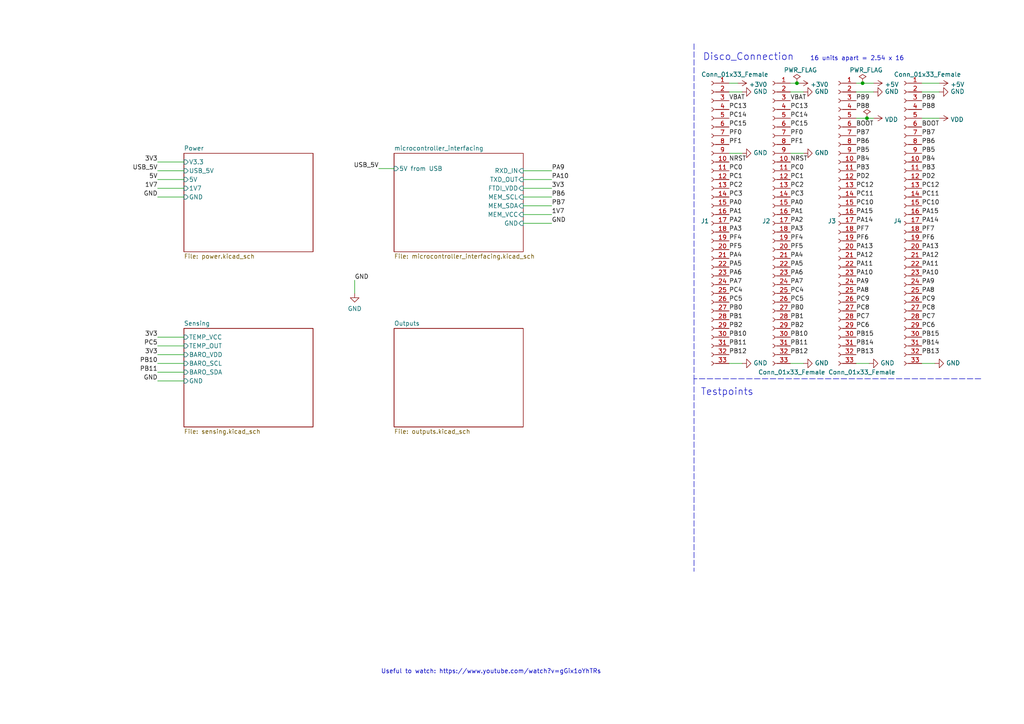
<source format=kicad_sch>
(kicad_sch (version 20211123) (generator eeschema)
  (paper "A4")
  (title_block (title "EEE3088F Group 9") (date "2022-03-11") (rev "V0.3") (company "University of Cape Town") (comment 2 "@Project EEE3088F-Team-9") (comment 3 "@Checked By: ") (comment 4 "@Authors: David Young, Cameron Wilson, Caide Spriestersbach"))
  (lib_symbols
    (symbol "Connector:Conn_01x33_Female" (pin_names (offset 1.016) hide)
      (property "Reference" "J" (at 0 43.18 0))
      (property "Value" "Conn_01x33_Female" (at 0 -43.18 0))
      (symbol "Conn_01x33_Female_1_1"
        (arc (start 0 -40.132) (mid -0.508 -40.64) (end 0 -41.148) (stroke (width 0.1524)))
        (arc (start 0 -37.592) (mid -0.508 -38.1) (end 0 -38.608) (stroke (width 0.1524)))
        (arc (start 0 -35.052) (mid -0.508 -35.56) (end 0 -36.068) (stroke (width 0.1524)))
        (arc (start 0 -32.512) (mid -0.508 -33.02) (end 0 -33.528) (stroke (width 0.1524)))
        (arc (start 0 -29.972) (mid -0.508 -30.48) (end 0 -30.988) (stroke (width 0.1524)))
        (arc (start 0 -27.432) (mid -0.508 -27.94) (end 0 -28.448) (stroke (width 0.1524)))
        (arc (start 0 -24.892) (mid -0.508 -25.4) (end 0 -25.908) (stroke (width 0.1524)))
        (arc (start 0 -22.352) (mid -0.508 -22.86) (end 0 -23.368) (stroke (width 0.1524)))
        (arc (start 0 -19.812) (mid -0.508 -20.32) (end 0 -20.828) (stroke (width 0.1524)))
        (arc (start 0 -17.272) (mid -0.508 -17.78) (end 0 -18.288) (stroke (width 0.1524)))
        (arc (start 0 -14.732) (mid -0.508 -15.24) (end 0 -15.748) (stroke (width 0.1524)))
        (arc (start 0 -12.192) (mid -0.508 -12.7) (end 0 -13.208) (stroke (width 0.1524)))
        (arc (start 0 -9.652) (mid -0.508 -10.16) (end 0 -10.668) (stroke (width 0.1524)))
        (arc (start 0 -7.112) (mid -0.508 -7.62) (end 0 -8.128) (stroke (width 0.1524)))
        (arc (start 0 -4.572) (mid -0.508 -5.08) (end 0 -5.588) (stroke (width 0.1524)))
        (arc (start 0 -2.032) (mid -0.508 -2.54) (end 0 -3.048) (stroke (width 0.1524)))
        (polyline (pts (xy -1.27 -40.64) (xy -0.508 -40.64)) (stroke (width 0.1524)))
        (polyline (pts (xy -1.27 -38.1) (xy -0.508 -38.1)) (stroke (width 0.1524)))
        (polyline (pts (xy -1.27 -35.56) (xy -0.508 -35.56)) (stroke (width 0.1524)))
        (polyline (pts (xy -1.27 -33.02) (xy -0.508 -33.02)) (stroke (width 0.1524)))
        (polyline (pts (xy -1.27 -30.48) (xy -0.508 -30.48)) (stroke (width 0.1524)))
        (polyline (pts (xy -1.27 -27.94) (xy -0.508 -27.94)) (stroke (width 0.1524)))
        (polyline (pts (xy -1.27 -25.4) (xy -0.508 -25.4)) (stroke (width 0.1524)))
        (polyline (pts (xy -1.27 -22.86) (xy -0.508 -22.86)) (stroke (width 0.1524)))
        (polyline (pts (xy -1.27 -20.32) (xy -0.508 -20.32)) (stroke (width 0.1524)))
        (polyline (pts (xy -1.27 -17.78) (xy -0.508 -17.78)) (stroke (width 0.1524)))
        (polyline (pts (xy -1.27 -15.24) (xy -0.508 -15.24)) (stroke (width 0.1524)))
        (polyline (pts (xy -1.27 -12.7) (xy -0.508 -12.7)) (stroke (width 0.1524)))
        (polyline (pts (xy -1.27 -10.16) (xy -0.508 -10.16)) (stroke (width 0.1524)))
        (polyline (pts (xy -1.27 -7.62) (xy -0.508 -7.62)) (stroke (width 0.1524)))
        (polyline (pts (xy -1.27 -5.08) (xy -0.508 -5.08)) (stroke (width 0.1524)))
        (polyline (pts (xy -1.27 -2.54) (xy -0.508 -2.54)) (stroke (width 0.1524)))
        (polyline (pts (xy -1.27 0) (xy -0.508 0)) (stroke (width 0.1524)))
        (polyline (pts (xy -1.27 2.54) (xy -0.508 2.54)) (stroke (width 0.1524)))
        (polyline (pts (xy -1.27 5.08) (xy -0.508 5.08)) (stroke (width 0.1524)))
        (polyline (pts (xy -1.27 7.62) (xy -0.508 7.62)) (stroke (width 0.1524)))
        (polyline (pts (xy -1.27 10.16) (xy -0.508 10.16)) (stroke (width 0.1524)))
        (polyline (pts (xy -1.27 12.7) (xy -0.508 12.7)) (stroke (width 0.1524)))
        (polyline (pts (xy -1.27 15.24) (xy -0.508 15.24)) (stroke (width 0.1524)))
        (polyline (pts (xy -1.27 17.78) (xy -0.508 17.78)) (stroke (width 0.1524)))
        (polyline (pts (xy -1.27 20.32) (xy -0.508 20.32)) (stroke (width 0.1524)))
        (polyline (pts (xy -1.27 22.86) (xy -0.508 22.86)) (stroke (width 0.1524)))
        (polyline (pts (xy -1.27 25.4) (xy -0.508 25.4)) (stroke (width 0.1524)))
        (polyline (pts (xy -1.27 27.94) (xy -0.508 27.94)) (stroke (width 0.1524)))
        (polyline (pts (xy -1.27 30.48) (xy -0.508 30.48)) (stroke (width 0.1524)))
        (polyline (pts (xy -1.27 33.02) (xy -0.508 33.02)) (stroke (width 0.1524)))
        (polyline (pts (xy -1.27 35.56) (xy -0.508 35.56)) (stroke (width 0.1524)))
        (polyline (pts (xy -1.27 38.1) (xy -0.508 38.1)) (stroke (width 0.1524)))
        (polyline (pts (xy -1.27 40.64) (xy -0.508 40.64)) (stroke (width 0.1524)))
        (arc (start 0 0.508) (mid -0.508 0) (end 0 -0.508) (stroke (width 0.1524)))
        (arc (start 0 3.048) (mid -0.508 2.54) (end 0 2.032) (stroke (width 0.1524)))
        (arc (start 0 5.588) (mid -0.508 5.08) (end 0 4.572) (stroke (width 0.1524)))
        (arc (start 0 8.128) (mid -0.508 7.62) (end 0 7.112) (stroke (width 0.1524)))
        (arc (start 0 10.668) (mid -0.508 10.16) (end 0 9.652) (stroke (width 0.1524)))
        (arc (start 0 13.208) (mid -0.508 12.7) (end 0 12.192) (stroke (width 0.1524)))
        (arc (start 0 15.748) (mid -0.508 15.24) (end 0 14.732) (stroke (width 0.1524)))
        (arc (start 0 18.288) (mid -0.508 17.78) (end 0 17.272) (stroke (width 0.1524)))
        (arc (start 0 20.828) (mid -0.508 20.32) (end 0 19.812) (stroke (width 0.1524)))
        (arc (start 0 23.368) (mid -0.508 22.86) (end 0 22.352) (stroke (width 0.1524)))
        (arc (start 0 25.908) (mid -0.508 25.4) (end 0 24.892) (stroke (width 0.1524)))
        (arc (start 0 28.448) (mid -0.508 27.94) (end 0 27.432) (stroke (width 0.1524)))
        (arc (start 0 30.988) (mid -0.508 30.48) (end 0 29.972) (stroke (width 0.1524)))
        (arc (start 0 33.528) (mid -0.508 33.02) (end 0 32.512) (stroke (width 0.1524)))
        (arc (start 0 36.068) (mid -0.508 35.56) (end 0 35.052) (stroke (width 0.1524)))
        (arc (start 0 38.608) (mid -0.508 38.1) (end 0 37.592) (stroke (width 0.1524)))
        (arc (start 0 41.148) (mid -0.508 40.64) (end 0 40.132) (stroke (width 0.1524)))
        (pin passive line (at -5.08 40.64 0) (length 3.81) (name "Pin_1") (number "1"))
        (pin passive line (at -5.08 17.78 0) (length 3.81) (name "Pin_10") (number "10"))
        (pin passive line (at -5.08 15.24 0) (length 3.81) (name "Pin_11") (number "11"))
        (pin passive line (at -5.08 12.7 0) (length 3.81) (name "Pin_12") (number "12"))
        (pin passive line (at -5.08 10.16 0) (length 3.81) (name "Pin_13") (number "13"))
        (pin passive line (at -5.08 7.62 0) (length 3.81) (name "Pin_14") (number "14"))
        (pin passive line (at -5.08 5.08 0) (length 3.81) (name "Pin_15") (number "15"))
        (pin passive line (at -5.08 2.54 0) (length 3.81) (name "Pin_16") (number "16"))
        (pin passive line (at -5.08 0 0) (length 3.81) (name "Pin_17") (number "17"))
        (pin passive line (at -5.08 -2.54 0) (length 3.81) (name "Pin_18") (number "18"))
        (pin passive line (at -5.08 -5.08 0) (length 3.81) (name "Pin_19") (number "19"))
        (pin passive line (at -5.08 38.1 0) (length 3.81) (name "Pin_2") (number "2"))
        (pin passive line (at -5.08 -7.62 0) (length 3.81) (name "Pin_20") (number "20"))
        (pin passive line (at -5.08 -10.16 0) (length 3.81) (name "Pin_21") (number "21"))
        (pin passive line (at -5.08 -12.7 0) (length 3.81) (name "Pin_22") (number "22"))
        (pin passive line (at -5.08 -15.24 0) (length 3.81) (name "Pin_23") (number "23"))
        (pin passive line (at -5.08 -17.78 0) (length 3.81) (name "Pin_24") (number "24"))
        (pin passive line (at -5.08 -20.32 0) (length 3.81) (name "Pin_25") (number "25"))
        (pin passive line (at -5.08 -22.86 0) (length 3.81) (name "Pin_26") (number "26"))
        (pin passive line (at -5.08 -25.4 0) (length 3.81) (name "Pin_27") (number "27"))
        (pin passive line (at -5.08 -27.94 0) (length 3.81) (name "Pin_28") (number "28"))
        (pin passive line (at -5.08 -30.48 0) (length 3.81) (name "Pin_29") (number "29"))
        (pin passive line (at -5.08 35.56 0) (length 3.81) (name "Pin_3") (number "3"))
        (pin passive line (at -5.08 -33.02 0) (length 3.81) (name "Pin_30") (number "30"))
        (pin passive line (at -5.08 -35.56 0) (length 3.81) (name "Pin_31") (number "31"))
        (pin passive line (at -5.08 -38.1 0) (length 3.81) (name "Pin_32") (number "32"))
        (pin passive line (at -5.08 -40.64 0) (length 3.81) (name "Pin_33") (number "33"))
        (pin passive line (at -5.08 33.02 0) (length 3.81) (name "Pin_4") (number "4"))
        (pin passive line (at -5.08 30.48 0) (length 3.81) (name "Pin_5") (number "5"))
        (pin passive line (at -5.08 27.94 0) (length 3.81) (name "Pin_6") (number "6"))
        (pin passive line (at -5.08 25.4 0) (length 3.81) (name "Pin_7") (number "7"))
        (pin passive line (at -5.08 22.86 0) (length 3.81) (name "Pin_8") (number "8"))
        (pin passive line (at -5.08 20.32 0) (length 3.81) (name "Pin_9") (number "9"))
      )
    )
    (symbol "power:+3V0" (power) (pin_names (offset 0))
      (property "Value" "+3V0" (at 0 3.556 0))
      (symbol "+3V0_0_1"
        (polyline (pts (xy -0.762 1.27) (xy 0 2.54)))
        (polyline (pts (xy 0 0) (xy 0 2.54)))
        (polyline (pts (xy 0 2.54) (xy 0.762 1.27)))
      )
      (symbol "+3V0_1_1"
        (pin power_in line (at 0 0 90) (length 0) hide (name "+3V0") (number "1"))
      )
    )
    (symbol "power:+5V" (power) (pin_names (offset 0))
      (property "Value" "+5V" (at 0 3.556 0))
      (symbol "+5V_0_1"
        (polyline (pts (xy -0.762 1.27) (xy 0 2.54)))
        (polyline (pts (xy 0 0) (xy 0 2.54)))
        (polyline (pts (xy 0 2.54) (xy 0.762 1.27)))
      )
      (symbol "+5V_1_1"
        (pin power_in line (at 0 0 90) (length 0) hide (name "+5V") (number "1"))
      )
    )
    (symbol "power:GND" (power) (pin_names (offset 0))
      (property "Value" "GND" (at 0 -3.81 0))
      (symbol "GND_0_1"
        (polyline (pts (xy 0 0) (xy 0 -1.27) (xy 1.27 -1.27) (xy 0 -2.54) (xy -1.27 -1.27) (xy 0 -1.27)))
      )
      (symbol "GND_1_1"
        (pin power_in line (at 0 0 270) (length 0) hide (name "GND") (number "1"))
      )
    )
    (symbol "power:PWR_FLAG" (power) (pin_numbers hide) (pin_names (offset 0) hide)
      (property "Value" "PWR_FLAG" (at 0 3.81 0))
      (symbol "PWR_FLAG_0_0"
        (pin power_out line (at 0 0 90) (length 0) (name "pwr") (number "1"))
      )
      (symbol "PWR_FLAG_0_1"
        (polyline (pts (xy 0 0) (xy 0 1.27) (xy -1.016 1.905) (xy 0 2.54) (xy 1.016 1.905) (xy 0 1.27)))
      )
    )
    (symbol "power:VDD" (power) (pin_names (offset 0))
      (property "Value" "VDD" (at 0 3.81 0))
      (symbol "VDD_0_1"
        (polyline (pts (xy -0.762 1.27) (xy 0 2.54)))
        (polyline (pts (xy 0 0) (xy 0 2.54)))
        (polyline (pts (xy 0 2.54) (xy 0.762 1.27)))
      )
      (symbol "VDD_1_1"
        (pin power_in line (at 0 0 90) (length 0) hide (name "VDD") (number "1"))
      )
    )
  )
  (junction (at 231.14 24.13))
  (junction (at 250.19 24.13))
  (junction (at 251.46 34.29))
  (wire (pts (xy 45.72 52.07) (xy 53.34 52.07)))
  (wire (pts (xy 45.72 105.41) (xy 53.34 105.41)))
  (wire (pts (xy 45.72 49.53) (xy 53.34 49.53)))
  (wire (pts (xy 251.46 34.29) (xy 253.365 34.29)))
  (wire (pts (xy 211.455 44.45) (xy 215.265 44.45)))
  (wire (pts (xy 151.765 62.23) (xy 160.02 62.23)))
  (wire (pts (xy 45.72 57.15) (xy 53.34 57.15)))
  (wire (pts (xy 45.72 102.87) (xy 53.34 102.87)))
  (polyline (pts (xy 201.295 12.7) (xy 201.295 109.855)))
  (wire (pts (xy 151.765 64.77) (xy 160.02 64.77)))
  (wire (pts (xy 109.855 48.895) (xy 114.3 48.895)))
  (wire (pts (xy 250.19 24.13) (xy 248.285 24.13)))
  (polyline (pts (xy 284.48 109.855) (xy 201.295 109.855)))
  (wire (pts (xy 248.285 26.67) (xy 253.365 26.67)))
  (wire (pts (xy 229.235 24.13) (xy 231.14 24.13)))
  (wire (pts (xy 45.72 110.49) (xy 53.34 110.49)))
  (polyline (pts (xy 201.295 109.855) (xy 201.295 165.735)))
  (wire (pts (xy 151.765 59.69) (xy 160.02 59.69)))
  (wire (pts (xy 102.87 81.28) (xy 102.87 85.09)))
  (wire (pts (xy 45.72 100.33) (xy 53.34 100.33)))
  (wire (pts (xy 151.765 49.53) (xy 160.02 49.53)))
  (wire (pts (xy 248.285 34.29) (xy 251.46 34.29)))
  (wire (pts (xy 250.19 24.13) (xy 253.365 24.13)))
  (wire (pts (xy 211.455 24.13) (xy 213.995 24.13)))
  (wire (pts (xy 151.765 54.61) (xy 160.02 54.61)))
  (wire (pts (xy 45.72 54.61) (xy 53.34 54.61)))
  (wire (pts (xy 233.045 105.41) (xy 229.235 105.41)))
  (wire (pts (xy 151.765 52.07) (xy 160.02 52.07)))
  (wire (pts (xy 229.235 26.67) (xy 233.045 26.67)))
  (wire (pts (xy 229.235 44.45) (xy 233.045 44.45)))
  (wire (pts (xy 45.72 46.99) (xy 53.34 46.99)))
  (wire (pts (xy 272.415 24.13) (xy 267.335 24.13)))
  (wire (pts (xy 151.765 57.15) (xy 160.02 57.15)))
  (wire (pts (xy 231.14 24.13) (xy 231.775 24.13)))
  (wire (pts (xy 45.72 97.79) (xy 53.34 97.79)))
  (wire (pts (xy 211.455 26.67) (xy 215.265 26.67)))
  (wire (pts (xy 248.285 105.41) (xy 252.095 105.41)))
  (wire (pts (xy 267.335 105.41) (xy 271.145 105.41)))
  (wire (pts (xy 45.72 107.95) (xy 53.34 107.95)))
  (wire (pts (xy 267.335 26.67) (xy 272.415 26.67)))
  (wire (pts (xy 215.265 105.41) (xy 211.455 105.41)))
  (wire (pts (xy 267.335 34.29) (xy 272.415 34.29)))
  (text "Useful to watch: https://www.youtube.com/watch?v=gGix1oYhTRs" (at 110.49 195.58 0) (effects (font (size 1.27 1.27)) (justify left bottom)))
  (text "16 units apart = 2.54 x 16" (at 234.95 17.78 0) (effects (font (size 1.27 1.27)) (justify left bottom)))
  (text "Disco_Connection" (at 203.835 17.78 0) (effects (font (size 2.0066 2.0066)) (justify left bottom)))
  (text "Testpoints" (at 203.2 114.935 0) (effects (font (size 2.0066 2.0066)) (justify left bottom)))
  (label "PC14" (at 211.455 34.29 0))
  (label "PC11" (at 248.285 57.15 0))
  (label "GND" (at 160.02 64.77 0))
  (label "PB2" (at 211.455 95.25 0))
  (label "PB6" (at 248.285 41.91 0))
  (label "PB14" (at 267.335 100.33 0))
  (label "PA15" (at 267.335 62.23 0))
  (label "PB14" (at 248.285 100.33 0))
  (label "PA11" (at 267.335 77.47 0))
  (label "PC7" (at 248.285 92.71 0))
  (label "PB6" (at 267.335 41.91 0))
  (label "PA8" (at 267.335 85.09 0))
  (label "PC9" (at 248.285 87.63 0))
  (label "PB15" (at 267.335 97.79 0))
  (label "PC11" (at 267.335 57.15 0))
  (label "PC1" (at 211.455 52.07 0))
  (label "PA1" (at 229.235 62.23 0))
  (label "PA10" (at 160.02 52.07 0))
  (label "PF7" (at 267.335 67.31 0))
  (label "PC0" (at 229.235 49.53 0))
  (label "PF7" (at 248.285 67.31 0))
  (label "PA12" (at 267.335 74.93 0))
  (label "PB7" (at 160.02 59.69 0))
  (label "PC5" (at 45.72 100.33 180))
  (label "PC15" (at 211.455 36.83 0))
  (label "PC1" (at 229.235 52.07 0))
  (label "PC13" (at 229.235 31.75 0))
  (label "GND" (at 102.87 81.28 0))
  (label "VBAT" (at 229.235 29.21 0))
  (label "PC6" (at 267.335 95.25 0))
  (label "3V3" (at 45.72 46.99 180))
  (label "PA4" (at 211.455 74.93 0))
  (label "BOOT" (at 248.285 36.83 0))
  (label "PB5" (at 248.285 44.45 0))
  (label "PC8" (at 267.335 90.17 0))
  (label "PB7" (at 267.335 39.37 0))
  (label "PA13" (at 267.335 72.39 0))
  (label "PD2" (at 248.285 52.07 0))
  (label "PC12" (at 248.285 54.61 0))
  (label "PB6" (at 160.02 57.15 0))
  (label "PC10" (at 248.285 59.69 0))
  (label "PB1" (at 211.455 92.71 0))
  (label "PB9" (at 267.335 29.21 0))
  (label "PA2" (at 229.235 64.77 0))
  (label "PA10" (at 267.335 80.01 0))
  (label "PB5" (at 267.335 44.45 0))
  (label "PF5" (at 211.455 72.39 0))
  (label "PB13" (at 248.285 102.87 0))
  (label "PC4" (at 229.235 85.09 0))
  (label "PC15" (at 229.235 36.83 0))
  (label "PB10" (at 45.72 105.41 180))
  (label "PB1" (at 229.235 92.71 0))
  (label "PA5" (at 229.235 77.47 0))
  (label "PC0" (at 211.455 49.53 0))
  (label "PB7" (at 248.285 39.37 0))
  (label "GND" (at 45.72 57.15 180))
  (label "PB11" (at 45.72 107.95 180))
  (label "PB0" (at 229.235 90.17 0))
  (label "PA5" (at 211.455 77.47 0))
  (label "PC8" (at 248.285 90.17 0))
  (label "PA3" (at 229.235 67.31 0))
  (label "PA10" (at 248.285 80.01 0))
  (label "PB12" (at 211.455 102.87 0))
  (label "PB10" (at 211.455 97.79 0))
  (label "5V" (at 45.72 52.07 180))
  (label "PB3" (at 267.335 49.53 0))
  (label "PA14" (at 248.285 64.77 0))
  (label "VBAT" (at 211.455 29.21 0))
  (label "3V3" (at 45.72 97.79 180))
  (label "PC6" (at 248.285 95.25 0))
  (label "PA7" (at 229.235 82.55 0))
  (label "PB11" (at 211.455 100.33 0))
  (label "PC4" (at 211.455 85.09 0))
  (label "PC14" (at 229.235 34.29 0))
  (label "PC2" (at 229.235 54.61 0))
  (label "PF4" (at 229.235 69.85 0))
  (label "PB2" (at 229.235 95.25 0))
  (label "PF0" (at 211.455 39.37 0))
  (label "PA2" (at 211.455 64.77 0))
  (label "PA12" (at 248.285 74.93 0))
  (label "PC5" (at 229.235 87.63 0))
  (label "PA6" (at 229.235 80.01 0))
  (label "PC13" (at 211.455 31.75 0))
  (label "3V3" (at 45.72 102.87 180))
  (label "PB13" (at 267.335 102.87 0))
  (label "NRST" (at 229.235 46.99 0))
  (label "PA3" (at 211.455 67.31 0))
  (label "PB4" (at 267.335 46.99 0))
  (label "PA6" (at 211.455 80.01 0))
  (label "PF1" (at 229.235 41.91 0))
  (label "BOOT" (at 267.335 36.83 0))
  (label "PA4" (at 229.235 74.93 0))
  (label "PB15" (at 248.285 97.79 0))
  (label "PB4" (at 248.285 46.99 0))
  (label "PF0" (at 229.235 39.37 0))
  (label "PB8" (at 267.335 31.75 0))
  (label "PC5" (at 211.455 87.63 0))
  (label "PA0" (at 211.455 59.69 0))
  (label "PB11" (at 229.235 100.33 0))
  (label "PC12" (at 267.335 54.61 0))
  (label "PC7" (at 267.335 92.71 0))
  (label "PF5" (at 229.235 72.39 0))
  (label "USB_5V" (at 109.855 48.895 180))
  (label "USB_5V" (at 45.72 49.53 180))
  (label "GND" (at 45.72 110.49 180))
  (label "PA0" (at 229.235 59.69 0))
  (label "PC3" (at 211.455 57.15 0))
  (label "PA9" (at 160.02 49.53 0))
  (label "PA14" (at 267.335 64.77 0))
  (label "PF6" (at 267.335 69.85 0))
  (label "PF6" (at 248.285 69.85 0))
  (label "PA11" (at 248.285 77.47 0))
  (label "PF1" (at 211.455 41.91 0))
  (label "PA15" (at 248.285 62.23 0))
  (label "PD2" (at 267.335 52.07 0))
  (label "PB8" (at 248.285 31.75 0))
  (label "PB10" (at 229.235 97.79 0))
  (label "PA7" (at 211.455 82.55 0))
  (label "PA9" (at 248.285 82.55 0))
  (label "PB9" (at 248.285 29.21 0))
  (label "PA9" (at 267.335 82.55 0))
  (label "PB12" (at 229.235 102.87 0))
  (label "PC10" (at 267.335 59.69 0))
  (label "PA1" (at 211.455 62.23 0))
  (label "PA13" (at 248.285 72.39 0))
  (label "1V7" (at 160.02 62.23 0))
  (label "PC2" (at 211.455 54.61 0))
  (label "PB3" (at 248.285 49.53 0))
  (label "PA8" (at 248.285 85.09 0))
  (label "PF4" (at 211.455 69.85 0))
  (label "PB0" (at 211.455 90.17 0))
  (label "NRST" (at 211.455 46.99 0))
  (label "1V7" (at 45.72 54.61 180))
  (label "PC3" (at 229.235 57.15 0))
  (label "3V3" (at 160.02 54.61 0))
  (label "PC9" (at 267.335 87.63 0))
  (symbol (lib_id "power:GND") (at 233.045 105.41 90) (unit 1)
    (property "Reference" "#PWR09" (effects hide))
    (property "Value" "GND" (at 236.2962 105.283 90) (effects (justify right)))
  )
  (symbol (lib_id "power:GND") (at 233.045 44.45 90) (unit 1)
    (property "Reference" "#PWR08" (effects hide))
    (property "Value" "GND" (at 236.2962 44.323 90) (effects (justify right)))
  )
  (symbol (lib_id "power:PWR_FLAG") (at 251.46 34.29 0) (unit 1)
    (property "Reference" "#FLG03" (effects hide))
    (property "Value" "PWR_FLAG" (effects hide))
  )
  (symbol (lib_id "power:GND") (at 233.045 26.67 90) (unit 1)
    (property "Reference" "#PWR07" (effects hide))
    (property "Value" "GND" (at 236.2962 26.543 90) (effects (justify right)))
  )
  (symbol (lib_id "power:GND") (at 252.095 105.41 90) (unit 1)
    (property "Reference" "#PWR010" (effects hide))
    (property "Value" "GND" (at 255.3462 105.283 90) (effects (justify right)))
  )
  (symbol (lib_id "Connector:Conn_01x33_Female") (at 262.255 64.77 0) (mirror y) (unit 1)
    (property "Reference" "J4" (at 261.5438 64.1096 0) (effects (justify left)))
    (property "Value" "Conn_01x33_Female" (at 278.765 21.59 0) (effects (justify left)))
    (property "Footprint" "Connector_PinHeader_2.54mm:PinHeader_1x33_P2.54mm_Vertical" (effects hide))
    (property "Populate" "DNP" (effects hide))
    (property "Price" "0" (effects hide))
  )
  (symbol (lib_id "power:GND") (at 215.265 105.41 90) (unit 1)
    (property "Reference" "#PWR05" (effects hide))
    (property "Value" "GND" (at 218.5162 105.283 90) (effects (justify right)))
  )
  (symbol (lib_id "power:GND") (at 215.265 44.45 90) (unit 1)
    (property "Reference" "#PWR04" (effects hide))
    (property "Value" "GND" (at 218.5162 44.323 90) (effects (justify right)))
  )
  (symbol (lib_id "power:PWR_FLAG") (at 250.19 24.13 0) (unit 1)
    (property "Reference" "#FLG02" (effects hide))
    (property "Value" "PWR_FLAG" (at 246.38 20.32 0) (effects (justify left)))
  )
  (symbol (lib_id "power:GND") (at 253.365 26.67 90) (unit 1)
    (property "Reference" "#PWR012" (effects hide))
    (property "Value" "GND" (at 256.6162 26.543 90) (effects (justify right)))
  )
  (symbol (lib_id "power:GND") (at 102.87 85.09 0) (unit 1)
    (property "Reference" "#PWR01" (effects hide))
    (property "Value" "GND" (at 102.87 89.5334 0))
  )
  (symbol (lib_id "power:+5V") (at 253.365 24.13 270) (unit 1)
    (property "Reference" "#PWR011" (effects hide))
    (property "Value" "+5V" (at 256.6162 24.511 90) (effects (justify left)))
  )
  (symbol (lib_id "power:GND") (at 272.415 26.67 90) (unit 1)
    (property "Reference" "#PWR016" (effects hide))
    (property "Value" "GND" (at 275.6662 26.543 90) (effects (justify right)))
  )
  (symbol (lib_id "power:GND") (at 271.145 105.41 90) (unit 1)
    (property "Reference" "#PWR014" (effects hide))
    (property "Value" "GND" (at 274.3962 105.283 90) (effects (justify right)))
  )
  (symbol (lib_id "power:GND") (at 215.265 26.67 90) (unit 1)
    (property "Reference" "#PWR03" (effects hide))
    (property "Value" "GND" (at 218.5162 26.543 90) (effects (justify right)))
  )
  (symbol (lib_id "Connector:Conn_01x33_Female") (at 224.155 64.77 0) (mirror y) (unit 1)
    (property "Reference" "J2" (at 223.4438 64.1096 0) (effects (justify left)))
    (property "Value" "Conn_01x33_Female" (at 239.395 107.95 0) (effects (justify left)))
    (property "Footprint" "Connector_PinSocket_2.54mm:PinSocket_1x33_P2.54mm_Vertical" (effects hide))
    (property "LCSC" "C1234 (example)" (effects hide))
    (property "Populate" "DNP" (effects hide))
    (property "Alt_LCSC" "C12345 (example)" (effects hide))
    (property "Price" "0" (effects hide))
  )
  (symbol (lib_id "Connector:Conn_01x33_Female") (at 206.375 64.77 0) (mirror y) (unit 1)
    (property "Reference" "J1" (at 205.6638 64.1096 0) (effects (justify left)))
    (property "Value" "Conn_01x33_Female" (at 222.885 21.59 0) (effects (justify left)))
    (property "Footprint" "Connector_PinHeader_2.54mm:PinHeader_1x33_P2.54mm_Vertical" (effects hide))
    (property "Populate" "DNP" (effects hide))
    (property "Price" "0" (effects hide))
  )
  (symbol (lib_id "power:VDD") (at 253.365 34.29 270) (unit 1)
    (property "Reference" "#PWR013" (effects hide))
    (property "Value" "VDD" (at 256.6162 34.671 90) (effects (justify left)))
  )
  (symbol (lib_id "power:+5V") (at 272.415 24.13 270) (unit 1)
    (property "Reference" "#PWR015" (effects hide))
    (property "Value" "+5V" (at 275.6662 24.511 90) (effects (justify left)))
  )
  (symbol (lib_id "power:+3V0") (at 231.775 24.13 270) (unit 1)
    (property "Reference" "#PWR06" (effects hide))
    (property "Value" "+3V0" (at 235.0262 24.511 90) (effects (justify left)))
  )
  (symbol (lib_id "Connector:Conn_01x33_Female") (at 243.205 64.77 0) (mirror y) (unit 1)
    (property "Reference" "J3" (at 242.4938 64.1096 0) (effects (justify left)))
    (property "Value" "Conn_01x33_Female" (at 259.715 107.95 0) (effects (justify left)))
    (property "Footprint" "Connector_PinSocket_2.54mm:PinSocket_1x33_P2.54mm_Vertical" (effects hide))
    (property "LCSC" "C1234 (example)" (effects hide))
    (property "Populate" "DNP" (effects hide))
    (property "Alt_LCSC" "C12345 (example)" (effects hide))
    (property "Price" "0" (effects hide))
  )
  (symbol (lib_id "power:VDD") (at 272.415 34.29 270) (unit 1)
    (property "Reference" "#PWR017" (effects hide))
    (property "Value" "VDD" (at 275.6662 34.671 90) (effects (justify left)))
  )
  (symbol (lib_id "power:+3V0") (at 213.995 24.13 270) (unit 1)
    (property "Reference" "#PWR02" (effects hide))
    (property "Value" "+3V0" (at 217.2462 24.511 90) (effects (justify left)))
  )
  (symbol (lib_id "power:PWR_FLAG") (at 231.14 24.13 0) (unit 1)
    (property "Reference" "#FLG01" (effects hide))
    (property "Value" "PWR_FLAG" (at 227.33 20.32 0) (effects (justify left)))
  )
  (sheet (at 114.3 44.45) (size 37.465 28.575) (stroke (width 0.1524))
    (property "Sheet name" "microcontroller_interfacing" (at 114.3 43.7384 0) (effects (justify left bottom)))
    (property "Sheet file" "microcontroller_interfacing.kicad_sch" (at 114.3 73.6096 0) (effects (justify left top)))
    (pin "RXD_IN" input (at 151.765 49.53 0))
    (pin "TXD_OUT" input (at 151.765 52.07 0))
    (pin "FTDI_VDD" input (at 151.765 54.61 0))
    (pin "MEM_SCL" input (at 151.765 57.15 0))
    (pin "MEM_SDA" input (at 151.765 59.69 0))
    (pin "MEM_VCC" input (at 151.765 62.23 0))
    (pin "GND" input (at 151.765 64.77 0))
    (pin "5V from USB" input (at 114.3 48.895 180))
  )
  (sheet (at 114.3 95.25) (size 37.465 28.575) (stroke (width 0.1524))
    (property "Sheet name" "Outputs" (at 114.3 94.5384 0) (effects (justify left bottom)))
    (property "Sheet file" "outputs.kicad_sch" (at 114.3 124.4096 0) (effects (justify left top)))
  )
  (sheet (at 53.34 95.25) (size 37.465 28.575) (stroke (width 0.1524))
    (property "Sheet name" "Sensing" (at 53.34 94.5384 0) (effects (justify left bottom)))
    (property "Sheet file" "sensing.kicad_sch" (at 53.34 124.4096 0) (effects (justify left top)))
    (pin "TEMP_VCC" input (at 53.34 97.79 180))
    (pin "TEMP_OUT" input (at 53.34 100.33 180))
    (pin "BARO_VDD" input (at 53.34 102.87 180))
    (pin "BARO_SCL" input (at 53.34 105.41 180))
    (pin "BARO_SDA" input (at 53.34 107.95 180))
    (pin "GND" input (at 53.34 110.49 180))
  )
  (sheet (at 53.34 44.45) (size 37.465 28.575) (stroke (width 0.1524))
    (property "Sheet name" "Power" (at 53.34 43.7384 0) (effects (justify left bottom)))
    (property "Sheet file" "power.kicad_sch" (at 53.34 73.6096 0) (effects (justify left top)))
    (pin "V3.3" input (at 53.34 46.99 180))
    (pin "5V" input (at 53.34 52.07 180))
    (pin "1V7" input (at 53.34 54.61 180))
    (pin "GND" input (at 53.34 57.15 180))
    (pin "USB_5V" input (at 53.34 49.53 180))
  )
)
</source>
